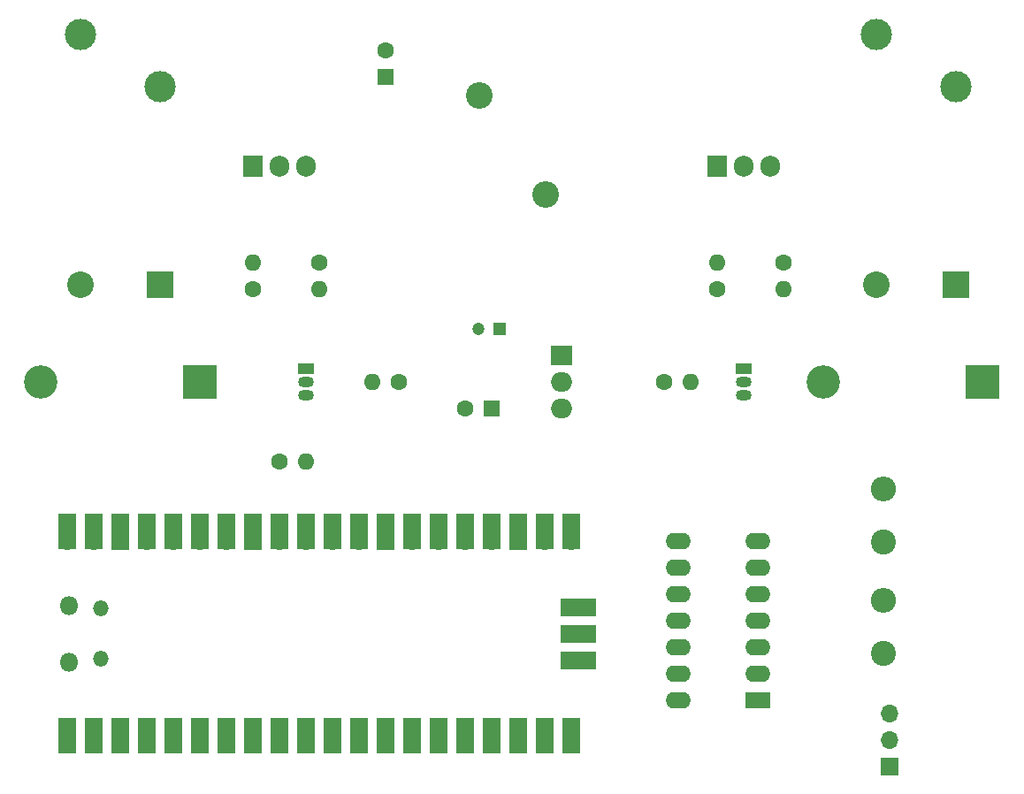
<source format=gbr>
%TF.GenerationSoftware,KiCad,Pcbnew,7.0.10*%
%TF.CreationDate,2024-07-18T14:31:58-06:00*%
%TF.ProjectId,Pressure-Controlled-Power-Outlet-control-PCB,50726573-7375-4726-952d-436f6e74726f,rev?*%
%TF.SameCoordinates,Original*%
%TF.FileFunction,Soldermask,Top*%
%TF.FilePolarity,Negative*%
%FSLAX46Y46*%
G04 Gerber Fmt 4.6, Leading zero omitted, Abs format (unit mm)*
G04 Created by KiCad (PCBNEW 7.0.10) date 2024-07-18 14:31:58*
%MOMM*%
%LPD*%
G01*
G04 APERTURE LIST*
%ADD10C,2.550000*%
%ADD11R,1.200000X1.200000*%
%ADD12C,1.200000*%
%ADD13O,1.800000X1.800000*%
%ADD14O,1.500000X1.500000*%
%ADD15O,1.700000X1.700000*%
%ADD16R,1.700000X3.500000*%
%ADD17R,1.700000X1.700000*%
%ADD18R,3.500000X1.700000*%
%ADD19C,1.600000*%
%ADD20O,1.600000X1.600000*%
%ADD21R,1.500000X1.050000*%
%ADD22O,1.500000X1.050000*%
%ADD23R,1.905000X2.000000*%
%ADD24O,1.905000X2.000000*%
%ADD25R,3.200000X3.200000*%
%ADD26O,3.200000X3.200000*%
%ADD27R,2.000000X1.905000*%
%ADD28O,2.000000X1.905000*%
%ADD29R,2.400000X1.600000*%
%ADD30O,2.400000X1.600000*%
%ADD31C,2.400000*%
%ADD32O,2.400000X2.400000*%
%ADD33C,3.000000*%
%ADD34R,2.540000X2.540000*%
%ADD35C,2.540000*%
%ADD36R,1.600000X1.600000*%
G04 APERTURE END LIST*
D10*
%TO.C,J2*%
X139759801Y-87475000D03*
X133409801Y-77975000D03*
%TD*%
D11*
%TO.C,C3*%
X135350000Y-100330000D03*
D12*
X133350000Y-100330000D03*
%TD*%
D13*
%TO.C,U1*%
X94110000Y-126815000D03*
X94110000Y-132265000D03*
D14*
X97140000Y-131965000D03*
X97140000Y-127115000D03*
D15*
X93980000Y-138430000D03*
D16*
X93980000Y-139330000D03*
D15*
X96520000Y-138430000D03*
D16*
X96520000Y-139330000D03*
X99060000Y-139330000D03*
D17*
X99060000Y-138430000D03*
D15*
X101600000Y-138430000D03*
D16*
X101600000Y-139330000D03*
D15*
X104140000Y-138430000D03*
D16*
X104140000Y-139330000D03*
D15*
X106680000Y-138430000D03*
D16*
X106680000Y-139330000D03*
X109220000Y-139330000D03*
D15*
X109220000Y-138430000D03*
D17*
X111760000Y-138430000D03*
D16*
X111760000Y-139330000D03*
X114300000Y-139330000D03*
D15*
X114300000Y-138430000D03*
X116840000Y-138430000D03*
D16*
X116840000Y-139330000D03*
X119380000Y-139330000D03*
D15*
X119380000Y-138430000D03*
X121920000Y-138430000D03*
D16*
X121920000Y-139330000D03*
D17*
X124460000Y-138430000D03*
D16*
X124460000Y-139330000D03*
X127000000Y-139330000D03*
D15*
X127000000Y-138430000D03*
X129540000Y-138430000D03*
D16*
X129540000Y-139330000D03*
X132080000Y-139330000D03*
D15*
X132080000Y-138430000D03*
D16*
X134620000Y-139330000D03*
D15*
X134620000Y-138430000D03*
D16*
X137160000Y-139330000D03*
D17*
X137160000Y-138430000D03*
D15*
X139700000Y-138430000D03*
D16*
X139700000Y-139330000D03*
X142240000Y-139330000D03*
D15*
X142240000Y-138430000D03*
D16*
X142240000Y-119750000D03*
D15*
X142240000Y-120650000D03*
D16*
X139700000Y-119750000D03*
D15*
X139700000Y-120650000D03*
D16*
X137160000Y-119750000D03*
D17*
X137160000Y-120650000D03*
D15*
X134620000Y-120650000D03*
D16*
X134620000Y-119750000D03*
X132080000Y-119750000D03*
D15*
X132080000Y-120650000D03*
D16*
X129540000Y-119750000D03*
D15*
X129540000Y-120650000D03*
X127000000Y-120650000D03*
D16*
X127000000Y-119750000D03*
D17*
X124460000Y-120650000D03*
D16*
X124460000Y-119750000D03*
D15*
X121920000Y-120650000D03*
D16*
X121920000Y-119750000D03*
X119380000Y-119750000D03*
D15*
X119380000Y-120650000D03*
X116840000Y-120650000D03*
D16*
X116840000Y-119750000D03*
D15*
X114300000Y-120650000D03*
D16*
X114300000Y-119750000D03*
X111760000Y-119750000D03*
D17*
X111760000Y-120650000D03*
D16*
X109220000Y-119750000D03*
D15*
X109220000Y-120650000D03*
D16*
X106680000Y-119750000D03*
D15*
X106680000Y-120650000D03*
X104140000Y-120650000D03*
D16*
X104140000Y-119750000D03*
X101600000Y-119750000D03*
D15*
X101600000Y-120650000D03*
D16*
X99060000Y-119750000D03*
D17*
X99060000Y-120650000D03*
D16*
X96520000Y-119750000D03*
D15*
X96520000Y-120650000D03*
X93980000Y-120650000D03*
D16*
X93980000Y-119750000D03*
D18*
X142910000Y-132080000D03*
D15*
X142010000Y-132080000D03*
D17*
X142010000Y-129540000D03*
D18*
X142910000Y-129540000D03*
D15*
X142010000Y-127000000D03*
D18*
X142910000Y-127000000D03*
%TD*%
D19*
%TO.C,R9*%
X151130000Y-105410000D03*
D20*
X153670000Y-105410000D03*
%TD*%
D19*
%TO.C,R8*%
X125730000Y-105410000D03*
D20*
X123190000Y-105410000D03*
%TD*%
D19*
%TO.C,R7*%
X118110000Y-93980000D03*
D20*
X118110000Y-96520000D03*
%TD*%
D19*
%TO.C,R6*%
X162560000Y-93980000D03*
D20*
X162560000Y-96520000D03*
%TD*%
D19*
%TO.C,R5*%
X156210000Y-96520000D03*
D20*
X156210000Y-93980000D03*
%TD*%
D19*
%TO.C,R4*%
X111760000Y-96520000D03*
D20*
X111760000Y-93980000D03*
%TD*%
D21*
%TO.C,Q4*%
X116840000Y-104140000D03*
D22*
X116840000Y-105410000D03*
X116840000Y-106680000D03*
%TD*%
D23*
%TO.C,Q3*%
X156210000Y-84765000D03*
D24*
X158750000Y-84765000D03*
X161290000Y-84765000D03*
%TD*%
D23*
%TO.C,Q2*%
X111760000Y-84765000D03*
D24*
X114300000Y-84765000D03*
X116840000Y-84765000D03*
%TD*%
D21*
%TO.C,Q1*%
X158750000Y-104140000D03*
D22*
X158750000Y-105410000D03*
X158750000Y-106680000D03*
%TD*%
D25*
%TO.C,D2*%
X181610000Y-105410000D03*
D26*
X166370000Y-105410000D03*
%TD*%
D25*
%TO.C,D1*%
X106680000Y-105410000D03*
D26*
X91440000Y-105410000D03*
%TD*%
D27*
%TO.C,U3*%
X141295000Y-102870000D03*
D28*
X141295000Y-105410000D03*
X141295000Y-107950000D03*
%TD*%
D29*
%TO.C,U2*%
X160035000Y-135895000D03*
D30*
X160035000Y-133355000D03*
X160035000Y-130815000D03*
X160035000Y-128275000D03*
X160035000Y-125735000D03*
X160035000Y-123195000D03*
X160035000Y-120655000D03*
X152415000Y-120655000D03*
X152415000Y-123195000D03*
X152415000Y-125735000D03*
X152415000Y-128275000D03*
X152415000Y-130815000D03*
X152415000Y-133355000D03*
X152415000Y-135895000D03*
%TD*%
D19*
%TO.C,R3*%
X114300000Y-113030000D03*
D20*
X116840000Y-113030000D03*
%TD*%
D31*
%TO.C,R2*%
X172085000Y-120760000D03*
D32*
X172085000Y-115680000D03*
%TD*%
D31*
%TO.C,R1*%
X172085000Y-131445000D03*
D32*
X172085000Y-126365000D03*
%TD*%
D33*
%TO.C,K2*%
X179060000Y-77190000D03*
X171440000Y-72150000D03*
D34*
X179060000Y-96090000D03*
D35*
X171440000Y-96090000D03*
%TD*%
D33*
%TO.C,K1*%
X102860000Y-77190000D03*
X95240000Y-72150000D03*
D34*
X102860000Y-96090000D03*
D35*
X95240000Y-96090000D03*
%TD*%
D15*
%TO.C,J1*%
X172695000Y-137145000D03*
X172695000Y-139685000D03*
D17*
X172695000Y-142225000D03*
%TD*%
D36*
%TO.C,C2*%
X134580000Y-107950000D03*
D19*
X132080000Y-107950000D03*
%TD*%
D36*
%TO.C,C1*%
X124460000Y-76200000D03*
D19*
X124460000Y-73700000D03*
%TD*%
M02*

</source>
